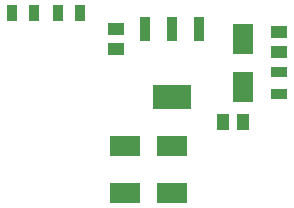
<source format=gbr>
%TF.GenerationSoftware,KiCad,Pcbnew,8.0.5-8.0.5-0~ubuntu24.04.1*%
%TF.CreationDate,2024-10-14T08:19:55-04:00*%
%TF.ProjectId,breadboard-power-supply,62726561-6462-46f6-9172-642d706f7765,rev?*%
%TF.SameCoordinates,Original*%
%TF.FileFunction,Paste,Top*%
%TF.FilePolarity,Positive*%
%FSLAX46Y46*%
G04 Gerber Fmt 4.6, Leading zero omitted, Abs format (unit mm)*
G04 Created by KiCad (PCBNEW 8.0.5-8.0.5-0~ubuntu24.04.1) date 2024-10-14 08:19:55*
%MOMM*%
%LPD*%
G01*
G04 APERTURE LIST*
%ADD10R,1.700000X2.500000*%
%ADD11R,1.465000X1.115000*%
%ADD12R,2.500000X1.700000*%
%ADD13R,0.870000X1.420000*%
%ADD14R,1.420000X0.870000*%
%ADD15R,0.950000X2.150000*%
%ADD16R,3.250000X2.150000*%
%ADD17R,1.115000X1.465000*%
G04 APERTURE END LIST*
D10*
%TO.C,D2*%
X132500000Y-103800000D03*
X132500000Y-107800000D03*
%TD*%
D11*
%TO.C,C1*%
X121700000Y-102900000D03*
X121700000Y-104600000D03*
%TD*%
D12*
%TO.C,D1*%
X126500000Y-112800000D03*
X122500000Y-112800000D03*
%TD*%
D13*
%TO.C,R2*%
X114800000Y-101600000D03*
X112940000Y-101600000D03*
%TD*%
D11*
%TO.C,C3*%
X135500000Y-104900000D03*
X135500000Y-103200000D03*
%TD*%
D14*
%TO.C,R1*%
X135500000Y-108380000D03*
X135500000Y-106520000D03*
%TD*%
D15*
%TO.C,U1*%
X128800000Y-102900000D03*
X126500000Y-102900000D03*
X124200000Y-102900000D03*
D16*
X126500000Y-108700000D03*
%TD*%
D13*
%TO.C,R3*%
X116800000Y-101600000D03*
X118660000Y-101600000D03*
%TD*%
D17*
%TO.C,C2*%
X132500000Y-110800000D03*
X130800000Y-110800000D03*
%TD*%
D12*
%TO.C,D3*%
X126500000Y-116800000D03*
X122500000Y-116800000D03*
%TD*%
M02*

</source>
